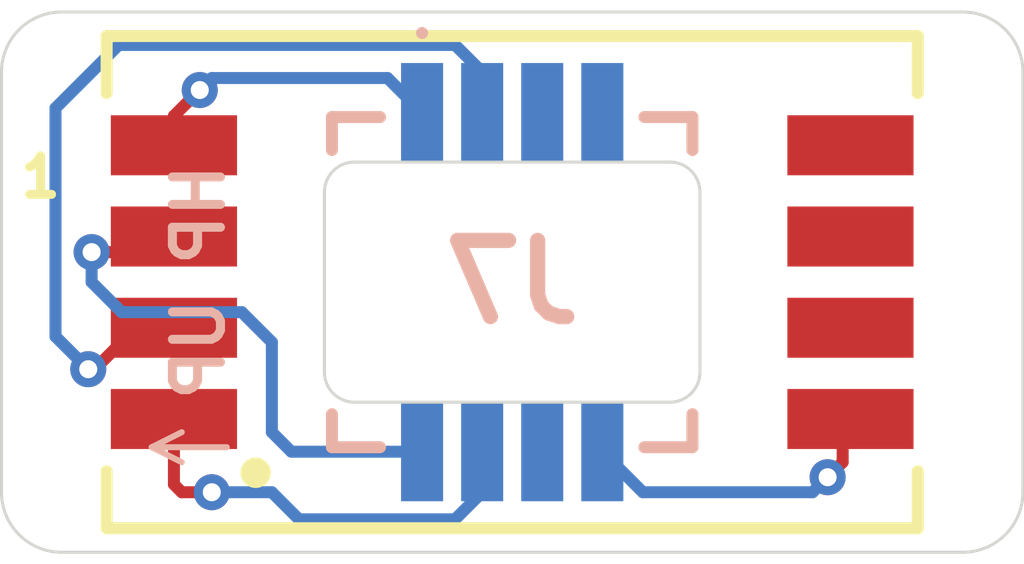
<source format=kicad_pcb>
(kicad_pcb (version 20241229) (generator "pcbnew") (generator_version "9.0")
  (layers (0 "F.Cu" signal) (2 "B.Cu" signal) (13 "F.Paste" user) (15 "B.Paste" user) (5 "F.SilkS" user "F.Silkscreen") (7 "B.SilkS" user "B.Silkscreen") (1 "F.Mask" user) (3 "B.Mask" user) (25 "Edge.Cuts" user))
  (net 0 "")
  (net 7 "Net-(J7-Pin_8)")
  (net 8 "Net-(J7-Pin_1)")
  (net 9 "Net-(J7-Pin_3)")
  (net 10 "Net-(J7-Pin_4)")
  (net 11 "Net-(J7-Pin_2)")
  (footprint "fancyfins:WE-FP-PDUS-1V" (layer "F.Cu") (at 100 65)
    (property "Reference" "IC1" (hide yes))
    (property "Value" "WSEN-PDUS_2513130810402" (hide yes))
    (fp_line (start -6.75 -4.1) (end 6.75 -4.1) (stroke (width 0.2)) (layer "F.SilkS"))
    (fp_line (start -6.75 -3.15) (end -6.75 -4.1) (stroke (width 0.2)) (layer "F.SilkS"))
    (fp_line (start -6.75 4.1) (end -6.75 3.15) (stroke (width 0.2)) (layer "F.SilkS"))
    (fp_line (start 6.75 -4.1) (end 6.75 -3.15) (stroke (width 0.2)) (layer "F.SilkS"))
    (fp_line (start 6.75 3.15) (end 6.75 4.1) (stroke (width 0.2)) (layer "F.SilkS"))
    (fp_line (start 6.75 4.1) (end -6.75 4.1) (stroke (width 0.2)) (layer "F.SilkS"))
    (fp_circle (center -4.27 3.175) (end -4.143 3.175) (stroke (width 0.254)) (fill no) (layer "F.SilkS"))
    (fp_text user "1" (at -7.85 -1.75 0) (layer "F.SilkS") (effects (font (size 0.64 0.64))))
    (pad "1" smd rect (at -5.63 -2.28) (size 2.1 1) (layers "F.Cu" "F.Mask" "F.Paste") (net 8 "Net-(J7-Pin_1)"))
    (pad "2" smd rect (at -5.63 -0.76) (size 2.1 1) (layers "F.Cu" "F.Mask" "F.Paste") (net 11 "Net-(J7-Pin_2)"))
    (pad "3" smd rect (at -5.63 0.76) (size 2.1 1) (layers "F.Cu" "F.Mask" "F.Paste") (net 9 "Net-(J7-Pin_3)"))
    (pad "4" smd rect (at -5.63 2.28) (size 2.1 1) (layers "F.Cu" "F.Mask" "F.Paste") (net 10 "Net-(J7-Pin_4)"))
    (pad "5" smd rect (at 5.63 2.28) (size 2.1 1) (layers "F.Cu" "F.Mask" "F.Paste") (net 7 "Net-(J7-Pin_8)"))
    (pad "6" smd rect (at 5.63 0.76) (size 2.1 1) (layers "F.Cu" "F.Mask" "F.Paste"))
    (pad "7" smd rect (at 5.63 -0.76) (size 2.1 1) (layers "F.Cu" "F.Mask" "F.Paste"))
    (pad "8" smd rect (at 5.63 -2.28) (size 2.1 1) (layers "F.Cu" "F.Mask" "F.Paste"))
  )
  (footprint "fancyfins:009159008801906" (layer "B.Cu") (at 100 65)
    (property "Reference" "J7" (at 0 0 0) (layer "B.SilkS") (effects (font (size 1.27 1.27) (thickness 0.254)) (justify mirror)))
    (property "Value" "Conn_02x04_Top_Bottom" (hide yes))
    (fp_line (start -3 -2.75) (end -2.2 -2.75) (stroke (width 0.2)) (layer "B.SilkS"))
    (fp_line (start -3 -2.2) (end -3 -2.75) (stroke (width 0.2)) (layer "B.SilkS"))
    (fp_line (start -3 2.75) (end -3 2.2) (stroke (width 0.2)) (layer "B.SilkS"))
    (fp_line (start -2.2 2.75) (end -3 2.75) (stroke (width 0.2)) (layer "B.SilkS"))
    (fp_line (start -1.5 -4.2) (end -1.5 -4.2) (stroke (width 0.1)) (layer "B.SilkS"))
    (fp_line (start -1.5 -4.1) (end -1.5 -4.1) (stroke (width 0.1)) (layer "B.SilkS"))
    (fp_line (start 2.2 2.75) (end 3 2.75) (stroke (width 0.2)) (layer "B.SilkS"))
    (fp_line (start 3 -2.75) (end 2.2 -2.75) (stroke (width 0.2)) (layer "B.SilkS"))
    (fp_line (start 3 -2.2) (end 3 -2.75) (stroke (width 0.2)) (layer "B.SilkS"))
    (fp_line (start 3 2.75) (end 3 2.2) (stroke (width 0.2)) (layer "B.SilkS"))
    (fp_arc (start -1.5 -4.2) (mid -1.45 -4.15) (end -1.5 -4.1) (stroke (width 0.1)) (layer "B.SilkS"))
    (fp_arc (start -1.5 -4.1) (mid -1.55 -4.15) (end -1.5 -4.2) (stroke (width 0.1)) (layer "B.SilkS"))
    (fp_line (start -3.125 1.5) (end -3.125 -1.5) (stroke (width 0.05)) (layer "Edge.Cuts"))
    (fp_line (start -2.625 -2) (end 2.625001 -2.000001) (stroke (width 0.05)) (layer "Edge.Cuts"))
    (fp_line (start 2.625001 2.000001) (end -2.625 2) (stroke (width 0.05)) (layer "Edge.Cuts"))
    (fp_line (start 3.125001 -1.500001) (end 3.125001 1.500001) (stroke (width 0.05)) (layer "Edge.Cuts"))
    (fp_arc (start -3.125 -1.5) (mid -2.978553 -1.853553) (end -2.625 -2) (stroke (width 0.05)) (layer "Edge.Cuts"))
    (fp_arc (start -2.625 2) (mid -2.978553 1.853553) (end -3.125 1.5) (stroke (width 0.05)) (layer "Edge.Cuts"))
    (fp_arc (start 2.625001 -2.000001) (mid 2.978554 -1.853554) (end 3.125001 -1.500001) (stroke (width 0.05)) (layer "Edge.Cuts"))
    (fp_arc (start 3.125001 1.500001) (mid 2.978554 1.853554) (end 2.625001 2.000001) (stroke (width 0.05)) (layer "Edge.Cuts"))
    (pad "1" smd rect (at -1.5 -2.825) (size 0.7 1.65) (layers "B.Cu" "B.Mask" "B.Paste") (net 8 "Net-(J7-Pin_1)"))
    (pad "2" smd rect (at -1.5 2.825) (size 0.7 1.65) (layers "B.Cu" "B.Mask" "B.Paste") (net 11 "Net-(J7-Pin_2)"))
    (pad "3" smd rect (at -0.5 -2.825) (size 0.7 1.65) (layers "B.Cu" "B.Mask" "B.Paste") (net 9 "Net-(J7-Pin_3)"))
    (pad "4" smd rect (at -0.5 2.825) (size 0.7 1.65) (layers "B.Cu" "B.Mask" "B.Paste") (net 10 "Net-(J7-Pin_4)"))
    (pad "5" smd rect (at 0.5 -2.825) (size 0.7 1.65) (layers "B.Cu" "B.Mask" "B.Paste"))
    (pad "6" smd rect (at 0.5 2.825) (size 0.7 1.65) (layers "B.Cu" "B.Mask" "B.Paste"))
    (pad "7" smd rect (at 1.5 -2.825) (size 0.7 1.65) (layers "B.Cu" "B.Mask" "B.Paste"))
    (pad "8" smd rect (at 1.5 2.825) (size 0.7 1.65) (layers "B.Cu" "B.Mask" "B.Paste") (net 7 "Net-(J7-Pin_8)"))
  )
  (gr_line (start 94 67.75) (end 94.5 68) (stroke (width 0.1)) (layer "B.SilkS"))
  (gr_line (start 95.25 67.75) (end 94 67.75) (stroke (width 0.1)) (layer "B.SilkS"))
  (gr_line (start 94 67.75) (end 94.5 67.5) (stroke (width 0.1)) (layer "B.SilkS"))
  (gr_line (start 107.5 69.5) (end 92.5 69.5) (stroke (width 0.05)) (layer "Edge.Cuts"))
  (gr_line (start 91.5 68.5) (end 91.5 61.5) (stroke (width 0.05)) (layer "Edge.Cuts"))
  (gr_arc (start 91.5 61.5) (mid 91.792893 60.792893) (end 92.5 60.5) (stroke (width 0.05)) (layer "Edge.Cuts"))
  (gr_line (start 108.5 61.5) (end 108.5 68.5) (stroke (width 0.05)) (layer "Edge.Cuts"))
  (gr_arc (start 92.5 69.5) (mid 91.792893 69.207107) (end 91.5 68.5) (stroke (width 0.05)) (layer "Edge.Cuts"))
  (gr_arc (start 108.5 68.5) (mid 108.207107 69.207107) (end 107.5 69.5) (stroke (width 0.05)) (layer "Edge.Cuts"))
  (gr_line (start 92.5 60.5) (end 107.5 60.5) (stroke (width 0.05)) (layer "Edge.Cuts"))
  (gr_arc (start 107.5 60.5) (mid 108.207107 60.792893) (end 108.5 61.5) (stroke (width 0.05)) (layer "Edge.Cuts"))
  (gr_text "HP UP" (at 95.25 65 90) (layer "B.SilkS") (effects (font (size 0.8 0.8) (thickness 0.15) (bold yes)) (justify bottom mirror)))
  (segment (start 105.5 68) (end 105.5 67.41) (width 0.2) (layer "F.Cu") (net 7))
  (segment (start 105.5 67.41) (end 105.63 67.28) (width 0.2) (layer "F.Cu") (net 7))
  (segment (start 105.25 68.25) (end 105.5 68) (width 0.2) (layer "F.Cu") (net 7))
  (via (at 105.25 68.25) (size 0.6) (drill 0.3) (layers "F.Cu" "B.Cu") (net 7))
  (segment (start 102.175 68.5) (end 101.5 67.825) (width 0.2) (layer "B.Cu") (net 7))
  (segment (start 105.25 68.25) (end 105 68.5) (width 0.2) (layer "B.Cu") (net 7))
  (segment (start 105 68.5) (end 102.175 68.5) (width 0.2) (layer "B.Cu") (net 7))
  (segment (start 94.37 62.23) (end 94.37 62.72) (width 0.2) (layer "F.Cu") (net 8))
  (segment (start 94.8 61.8) (end 94.37 62.23) (width 0.2) (layer "F.Cu") (net 8))
  (via (at 94.8 61.8) (size 0.6) (drill 0.3) (layers "F.Cu" "B.Cu") (net 8))
  (segment (start 97.925 61.6) (end 98.5 62.175) (width 0.2) (layer "B.Cu") (net 8))
  (segment (start 94.8 61.8) (end 95 61.6) (width 0.2) (layer "B.Cu") (net 8))
  (segment (start 95 61.6) (end 97.925 61.6) (width 0.2) (layer "B.Cu") (net 8))
  (segment (start 92.992964 66.5) (end 92.94371 66.450746) (width 0.2) (layer "F.Cu") (net 9))
  (segment (start 93.74 65.76) (end 93 66.5) (width 0.2) (layer "F.Cu") (net 9))
  (segment (start 94.37 65.76) (end 93.74 65.76) (width 0.2) (layer "F.Cu") (net 9))
  (segment (start 93 66.5) (end 92.992964 66.5) (width 0.2) (layer "F.Cu") (net 9))
  (via (at 92.94371 66.450746) (size 0.6) (drill 0.3) (layers "F.Cu" "B.Cu") (net 9))
  (segment (start 92.399 65.906036) (end 92.399 62.101) (width 0.2) (layer "B.Cu") (net 9))
  (segment (start 99.049 61.049) (end 99.5 61.5) (width 0.2) (layer "B.Cu") (net 9))
  (segment (start 93.451 61.049) (end 99.049 61.049) (width 0.2) (layer "B.Cu") (net 9))
  (segment (start 92.94371 66.450746) (end 92.399 65.906036) (width 0.2) (layer "B.Cu") (net 9))
  (segment (start 92.399 62.101) (end 93.451 61.049) (width 0.2) (layer "B.Cu") (net 9))
  (segment (start 99.5 61.5) (end 99.5 62.175) (width 0.2) (layer "B.Cu") (net 9))
  (segment (start 94.37 67.28) (end 94.37 68.37) (width 0.2) (layer "F.Cu") (net 10))
  (segment (start 94.37 68.37) (end 94.5 68.5) (width 0.2) (layer "F.Cu") (net 10))
  (segment (start 94.5 68.5) (end 95 68.5) (width 0.2) (layer "F.Cu") (net 10))
  (via (at 95 68.5) (size 0.6) (drill 0.3) (layers "F.Cu" "B.Cu") (net 10))
  (segment (start 99.5 68.5) (end 99.5 67.825) (width 0.2) (layer "B.Cu") (net 10))
  (segment (start 96 68.5) (end 96.451 68.951) (width 0.2) (layer "B.Cu") (net 10))
  (segment (start 96.451 68.951) (end 99.049 68.951) (width 0.2) (layer "B.Cu") (net 10))
  (segment (start 99.049 68.951) (end 99.5 68.5) (width 0.2) (layer "B.Cu") (net 10))
  (segment (start 95 68.5) (end 96 68.5) (width 0.2) (layer "B.Cu") (net 10))
  (segment (start 94.11 64.5) (end 94.37 64.24) (width 0.2) (layer "F.Cu") (net 11))
  (segment (start 93 64.5) (end 94.11 64.5) (width 0.2) (layer "F.Cu") (net 11))
  (via (at 93 64.5) (size 0.6) (drill 0.3) (layers "F.Cu" "B.Cu") (net 11))
  (segment (start 96.325 67.825) (end 96 67.5) (width 0.2) (layer "B.Cu") (net 11))
  (segment (start 98.5 67.825) (end 96.325 67.825) (width 0.2) (layer "B.Cu") (net 11))
  (segment (start 93.5 65.5) (end 93 65) (width 0.2) (layer "B.Cu") (net 11))
  (segment (start 96 66) (end 95.5 65.5) (width 0.2) (layer "B.Cu") (net 11))
  (segment (start 96 67.5) (end 96 66) (width 0.2) (layer "B.Cu") (net 11))
  (segment (start 95.5 65.5) (end 93.5 65.5) (width 0.2) (layer "B.Cu") (net 11))
  (segment (start 93 65) (end 93 64.5) (width 0.2) (layer "B.Cu") (net 11))
)
</source>
